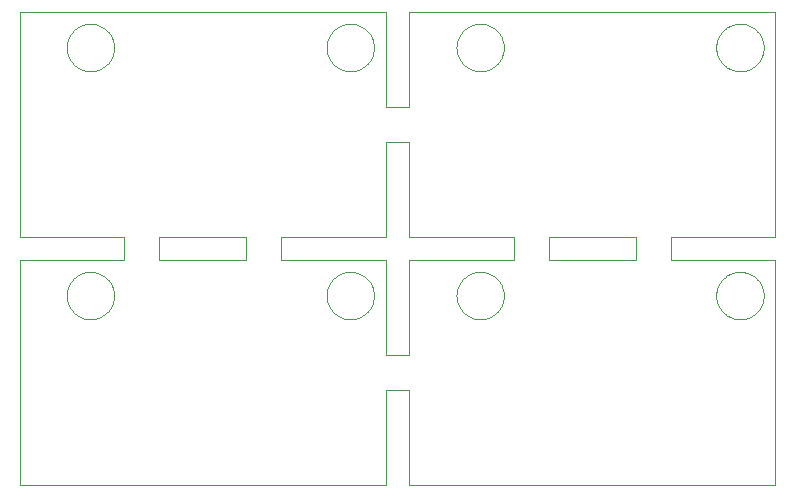
<source format=gbr>
%TF.GenerationSoftware,KiCad,Pcbnew,7.0.9*%
%TF.CreationDate,2024-06-08T21:54:21-04:00*%
%TF.ProjectId,8P breakout header,38502062-7265-4616-9b6f-757420686561,rev?*%
%TF.SameCoordinates,Original*%
%TF.FileFunction,Profile,NP*%
%FSLAX46Y46*%
G04 Gerber Fmt 4.6, Leading zero omitted, Abs format (unit mm)*
G04 Created by KiCad (PCBNEW 7.0.9) date 2024-06-08 21:54:21*
%MOMM*%
%LPD*%
G01*
G04 APERTURE LIST*
%TA.AperFunction,Profile*%
%ADD10C,0.100000*%
%TD*%
G04 APERTURE END LIST*
D10*
X176612792Y-45801419D02*
X176524790Y-45755339D01*
X146106846Y-21795719D02*
X146164436Y-21876657D01*
X157468853Y-23394794D02*
X157446920Y-23491678D01*
X175497480Y-43851117D02*
X175507293Y-43752268D01*
X123431493Y-24778923D02*
X123342379Y-24822812D01*
X153923431Y-42756343D02*
X153986864Y-42679897D01*
X153565836Y-22460315D02*
X153594892Y-22365324D01*
X154612792Y-42198580D02*
X154702964Y-42156909D01*
X123518328Y-24730681D02*
X123431493Y-24778923D01*
X142709691Y-23909420D02*
X142666908Y-23819770D01*
X178518328Y-45730681D02*
X178431493Y-45778923D01*
X154888935Y-21087188D02*
X154984278Y-21059309D01*
X123980020Y-21642875D02*
X124045324Y-21717728D01*
X124468853Y-44394794D02*
X124446920Y-44491678D01*
X124217953Y-24039655D02*
X124164436Y-24123342D01*
X144870413Y-45973586D02*
X144772359Y-45989489D01*
X120628610Y-23728113D02*
X120594892Y-23634675D01*
X146267266Y-23953424D02*
X146217953Y-24039655D01*
X144178515Y-21017855D02*
X144276933Y-21004382D01*
X178158189Y-21102887D02*
X178251203Y-21137758D01*
X154053999Y-21606682D02*
X154124673Y-21536877D01*
X146468853Y-44394794D02*
X146446920Y-44491678D01*
X175986864Y-21679897D02*
X176053999Y-21606682D01*
X175709691Y-43090579D02*
X175756856Y-43003155D01*
X153628610Y-23728113D02*
X153594892Y-23634675D01*
X148499000Y-28000000D02*
X147500000Y-28000000D01*
X155080884Y-45963820D02*
X154984278Y-45940690D01*
X146164436Y-45123342D02*
X146106846Y-45204280D01*
X153808287Y-42918169D02*
X153863857Y-42835832D01*
X156684314Y-24621618D02*
X156602670Y-24678203D01*
X143053999Y-45393317D02*
X142986864Y-45320102D01*
X179045324Y-21717728D02*
X179106846Y-21795719D01*
X177375896Y-20995792D02*
X177475164Y-20992107D01*
X146388826Y-22318396D02*
X146420223Y-22412640D01*
X144673638Y-25000524D02*
X144574492Y-25006663D01*
X153507293Y-44247731D02*
X153497480Y-44148882D01*
X176524790Y-21244660D02*
X176612792Y-21198580D01*
X156431493Y-24778923D02*
X156342379Y-24822812D01*
X147500000Y-60000000D02*
X147500000Y-52000000D01*
X179468853Y-23394794D02*
X179446920Y-23491678D01*
X156684314Y-42378381D02*
X156763060Y-42438934D01*
X123342379Y-42177187D02*
X123431493Y-42221076D01*
X120492568Y-44049667D02*
X120492568Y-43950332D01*
X158333333Y-39999500D02*
X158333333Y-40001500D01*
X156911094Y-42571343D02*
X156980020Y-42642875D01*
X124352807Y-22225821D02*
X124388826Y-22318396D01*
X121795087Y-21119748D02*
X121888935Y-21087188D01*
X143795087Y-21119748D02*
X143888935Y-21087188D01*
X120594892Y-22365324D02*
X120628610Y-22271886D01*
X154612792Y-21198580D02*
X154702964Y-21156909D01*
X120986864Y-45320102D02*
X120923431Y-45243656D01*
X149500000Y-20000000D02*
X149500000Y-28000000D01*
X142666908Y-23819770D02*
X142628610Y-23728113D01*
X155375896Y-41995792D02*
X155475164Y-41992107D01*
X178431493Y-24778923D02*
X178342379Y-24822812D01*
X179312254Y-22135140D02*
X179352807Y-22225821D01*
X177870413Y-21026413D02*
X177967561Y-21047146D01*
X175507293Y-22752268D02*
X175521983Y-22654024D01*
X157267266Y-44953424D02*
X157217953Y-45039655D01*
X142521983Y-44345975D02*
X142507293Y-44247731D01*
X146106846Y-24204280D02*
X146045324Y-24282271D01*
X144080884Y-42036179D02*
X144178515Y-42017855D01*
X156911094Y-21571343D02*
X156980020Y-21642875D01*
X142986864Y-24320102D02*
X142923431Y-24243656D01*
X156063565Y-21072659D02*
X156158189Y-21102887D01*
X123251203Y-42137758D02*
X123342379Y-42177187D01*
X168666666Y-41000000D02*
X161333333Y-41000000D01*
X178251203Y-24862241D02*
X178158189Y-24897112D01*
X180500000Y-39000000D02*
X180500000Y-20000000D01*
X178431493Y-42221076D02*
X178518328Y-42269318D01*
X155375896Y-46004207D02*
X155276933Y-45995617D01*
X155475164Y-25007892D02*
X155375896Y-25004207D01*
X143524790Y-42244660D02*
X143612792Y-42198580D01*
X145063565Y-21072659D02*
X145158189Y-21102887D01*
X156763060Y-24561065D02*
X156684314Y-24621618D01*
X155870413Y-21026413D02*
X155967561Y-21047146D01*
X122772359Y-42010510D02*
X122870413Y-42026413D01*
X178838715Y-24496692D02*
X178763060Y-24561065D01*
X156518328Y-21269318D02*
X156602670Y-21321796D01*
X145251203Y-24862241D02*
X145158189Y-24897112D01*
X176795087Y-42119748D02*
X176888935Y-42087188D01*
X124217953Y-45039655D02*
X124164436Y-45123342D01*
X116500000Y-60000000D02*
X147500000Y-60000000D01*
X153756856Y-43003155D02*
X153808287Y-42918169D01*
X154053999Y-42606682D02*
X154124673Y-42536877D01*
X153521983Y-22654024D02*
X153541513Y-22556627D01*
X146267266Y-43046575D02*
X146312254Y-43135140D01*
X145911094Y-21571343D02*
X145980020Y-21642875D01*
X123911094Y-42571343D02*
X123980020Y-42642875D01*
X153541513Y-22556627D02*
X153565836Y-22460315D01*
X125333333Y-39000000D02*
X125333333Y-39999500D01*
X157508046Y-44000000D02*
X157505588Y-44099305D01*
X124045324Y-21717728D02*
X124106846Y-21795719D01*
X144375896Y-41995792D02*
X144475164Y-41992107D01*
X142492568Y-43950332D02*
X142497480Y-43851117D01*
X143053999Y-42606682D02*
X143124673Y-42536877D01*
X143888935Y-21087188D02*
X143984278Y-21059309D01*
X155375896Y-25004207D02*
X155276933Y-24995617D01*
X145431493Y-24778923D02*
X145342379Y-24822812D01*
X122772359Y-45989489D02*
X122673638Y-46000524D01*
X177772359Y-45989489D02*
X177673638Y-46000524D01*
X122870413Y-42026413D02*
X122967561Y-42047146D01*
X146505588Y-43900694D02*
X146508046Y-44000000D01*
X179420223Y-23587359D02*
X179388826Y-23681603D01*
X122475164Y-46007892D02*
X122375896Y-46004207D01*
X120541513Y-43556627D02*
X120565836Y-43460315D01*
X144276933Y-24995617D02*
X144178515Y-24982144D01*
X179505588Y-23099305D02*
X179498223Y-23198367D01*
X142628610Y-23728113D02*
X142594892Y-23634675D01*
X178158189Y-42102887D02*
X178251203Y-42137758D01*
X121795087Y-24880251D02*
X121702964Y-24843090D01*
X121612792Y-21198580D02*
X121702964Y-21156909D01*
X144870413Y-42026413D02*
X144967561Y-42047146D01*
X157388826Y-44681603D02*
X157352807Y-44774178D01*
X179217953Y-45039655D02*
X179164436Y-45123342D01*
X135666666Y-41000000D02*
X128333333Y-41000000D01*
X146446920Y-44491678D02*
X146420223Y-44587359D01*
X120923431Y-45243656D02*
X120863857Y-45164167D01*
X179468853Y-43605205D02*
X179485968Y-43703055D01*
X144772359Y-24989489D02*
X144673638Y-25000524D01*
X171666666Y-39000000D02*
X180500000Y-39000000D01*
X178251203Y-45862241D02*
X178158189Y-45897112D01*
X146388826Y-43318396D02*
X146420223Y-43412640D01*
X179164436Y-42876657D02*
X179217953Y-42960344D01*
X176612792Y-42198580D02*
X176702964Y-42156909D01*
X121198713Y-21470652D02*
X121275937Y-21408170D01*
X143356157Y-24650415D02*
X143275937Y-24591829D01*
X175756856Y-23996844D02*
X175709691Y-23909420D01*
X144178515Y-24982144D02*
X144080884Y-24963820D01*
X175497480Y-23148882D02*
X175492568Y-23049667D01*
X123602670Y-21321796D02*
X123684314Y-21378381D01*
X142497480Y-23148882D02*
X142492568Y-23049667D01*
X176124673Y-45463122D02*
X176053999Y-45393317D01*
X179267266Y-44953424D02*
X179217953Y-45039655D01*
X153507293Y-22752268D02*
X153521983Y-22654024D01*
X116500000Y-41000000D02*
X116500000Y-60000000D01*
X178518328Y-21269318D02*
X178602670Y-21321796D01*
X154198713Y-45529347D02*
X154124673Y-45463122D01*
X153541513Y-23443372D02*
X153521983Y-23345975D01*
X157505588Y-44099305D02*
X157498223Y-44198367D01*
X149500000Y-31000000D02*
X149500000Y-39000000D01*
X153594892Y-22365324D02*
X153628610Y-22271886D01*
X177475164Y-25007892D02*
X177375896Y-25004207D01*
X120521983Y-43654024D02*
X120541513Y-43556627D01*
X143984278Y-24940690D02*
X143888935Y-24912811D01*
X124388826Y-44681603D02*
X124352807Y-44774178D01*
X123684314Y-42378381D02*
X123763060Y-42438934D01*
X175565836Y-23539684D02*
X175541513Y-23443372D01*
X176439176Y-42295036D02*
X176524790Y-42244660D01*
X175863857Y-21835832D02*
X175923431Y-21756343D01*
X124106846Y-42795719D02*
X124164436Y-42876657D01*
X176275937Y-21408170D02*
X176356157Y-21349584D01*
X147500000Y-52000000D02*
X148499000Y-52000000D01*
X148501000Y-28000000D02*
X148499000Y-28000000D01*
X178684314Y-42378381D02*
X178763060Y-42438934D01*
X157045324Y-42717728D02*
X157106846Y-42795719D01*
X157267266Y-22046575D02*
X157312254Y-22135140D01*
X156838715Y-45496692D02*
X156763060Y-45561065D01*
X179352807Y-43225821D02*
X179388826Y-43318396D01*
X146045324Y-42717728D02*
X146106846Y-42795719D01*
X154275937Y-42408170D02*
X154356157Y-42349584D01*
X177967561Y-45952853D02*
X177870413Y-45973586D01*
X145158189Y-42102887D02*
X145251203Y-42137758D01*
X155574492Y-46006663D02*
X155475164Y-46007892D01*
X157106846Y-45204280D02*
X157045324Y-45282271D01*
X175565836Y-22460315D02*
X175594892Y-22365324D01*
X144772359Y-45989489D02*
X144673638Y-46000524D01*
X146217953Y-21960344D02*
X146267266Y-22046575D01*
X176612792Y-24801419D02*
X176524790Y-24755339D01*
X155772359Y-21010510D02*
X155870413Y-21026413D01*
X177870413Y-45973586D02*
X177772359Y-45989489D01*
X124505588Y-22900694D02*
X124508046Y-23000000D01*
X178251203Y-42137758D02*
X178342379Y-42177187D01*
X175507293Y-43752268D02*
X175521983Y-43654024D01*
X179267266Y-22046575D02*
X179312254Y-22135140D01*
X177673638Y-41999475D02*
X177772359Y-42010510D01*
X156684314Y-21378381D02*
X156763060Y-21438934D01*
X124420223Y-44587359D02*
X124388826Y-44681603D01*
X153492568Y-23049667D02*
X153492568Y-22950332D01*
X175565836Y-43460315D02*
X175594892Y-43365324D01*
X146420223Y-43412640D02*
X146446920Y-43508321D01*
X179498223Y-22801632D02*
X179505588Y-22900694D01*
X121888935Y-21087188D02*
X121984278Y-21059309D01*
X142492568Y-22950332D02*
X142497480Y-22851117D01*
X124164436Y-45123342D02*
X124106846Y-45204280D01*
X175863857Y-24164167D02*
X175808287Y-24081830D01*
X154198713Y-42470652D02*
X154275937Y-42408170D01*
X177574492Y-46006663D02*
X177475164Y-46007892D01*
X155673638Y-25000524D02*
X155574492Y-25006663D01*
X125333333Y-40001500D02*
X125333333Y-41000000D01*
X153492568Y-43950332D02*
X153497480Y-43851117D01*
X143702964Y-24843090D02*
X143612792Y-24801419D01*
X176524790Y-42244660D02*
X176612792Y-42198580D01*
X155475164Y-20992107D02*
X155574492Y-20993336D01*
X122080884Y-21036179D02*
X122178515Y-21017855D01*
X176053999Y-42606682D02*
X176124673Y-42536877D01*
X156342379Y-24822812D02*
X156251203Y-24862241D01*
X123431493Y-45778923D02*
X123342379Y-45822812D01*
X178911094Y-42571343D02*
X178980020Y-42642875D01*
X177574492Y-25006663D02*
X177475164Y-25007892D01*
X121275937Y-24591829D02*
X121198713Y-24529347D01*
X178980020Y-42642875D02*
X179045324Y-42717728D01*
X144772359Y-21010510D02*
X144870413Y-21026413D01*
X146106846Y-45204280D02*
X146045324Y-45282271D01*
X176702964Y-42156909D02*
X176795087Y-42119748D01*
X178838715Y-45496692D02*
X178763060Y-45561065D01*
X123431493Y-42221076D02*
X123518328Y-42269318D01*
X144375896Y-25004207D02*
X144276933Y-24995617D01*
X178602670Y-45678203D02*
X178518328Y-45730681D01*
X121524790Y-21244660D02*
X121612792Y-21198580D01*
X135666666Y-40001500D02*
X135666666Y-41000000D01*
X142923431Y-24243656D02*
X142863857Y-24164167D01*
X143795087Y-45880251D02*
X143702964Y-45843090D01*
X176198713Y-24529347D02*
X176124673Y-24463122D01*
X120923431Y-21756343D02*
X120986864Y-21679897D01*
X142756856Y-22003155D02*
X142808287Y-21918169D01*
X153497480Y-23148882D02*
X153492568Y-23049667D01*
X120594892Y-43365324D02*
X120628610Y-43271886D01*
X177673638Y-46000524D02*
X177574492Y-46006663D01*
X145158189Y-45897112D02*
X145063565Y-45927340D01*
X157312254Y-22135140D02*
X157352807Y-22225821D01*
X124045324Y-45282271D02*
X123980020Y-45357124D01*
X146498223Y-23198367D02*
X146485968Y-23296944D01*
X178063565Y-42072659D02*
X178158189Y-42102887D01*
X156158189Y-45897112D02*
X156063565Y-45927340D01*
X142923431Y-42756343D02*
X142986864Y-42679897D01*
X176524790Y-45755339D02*
X176439176Y-45704963D01*
X120709691Y-22090579D02*
X120756856Y-22003155D01*
X122967561Y-45952853D02*
X122870413Y-45973586D01*
X123980020Y-42642875D02*
X124045324Y-42717728D01*
X121053999Y-21606682D02*
X121124673Y-21536877D01*
X177772359Y-24989489D02*
X177673638Y-25000524D01*
X143702964Y-21156909D02*
X143795087Y-21119748D01*
X153756856Y-44996844D02*
X153709691Y-44909420D01*
X122772359Y-21010510D02*
X122870413Y-21026413D01*
X157312254Y-44864859D02*
X157267266Y-44953424D01*
X175986864Y-45320102D02*
X175923431Y-45243656D01*
X148501000Y-31000000D02*
X149500000Y-31000000D01*
X177967561Y-21047146D02*
X178063565Y-21072659D01*
X123838715Y-42503307D02*
X123911094Y-42571343D01*
X138666666Y-39999500D02*
X138666666Y-39000000D01*
X144080884Y-45963820D02*
X143984278Y-45940690D01*
X177574492Y-20993336D02*
X177673638Y-20999475D01*
X177870413Y-24973586D02*
X177772359Y-24989489D01*
X143124673Y-45463122D02*
X143053999Y-45393317D01*
X157485968Y-23296944D02*
X157468853Y-23394794D01*
X144375896Y-20995792D02*
X144475164Y-20992107D01*
X179498223Y-44198367D02*
X179485968Y-44296944D01*
X146485968Y-23296944D02*
X146468853Y-23394794D01*
X144276933Y-21004382D02*
X144375896Y-20995792D01*
X121198713Y-45529347D02*
X121124673Y-45463122D01*
X145838715Y-45496692D02*
X145763060Y-45561065D01*
X143275937Y-42408170D02*
X143356157Y-42349584D01*
X144375896Y-46004207D02*
X144276933Y-45995617D01*
X145838715Y-42503307D02*
X145911094Y-42571343D01*
X156602670Y-21321796D02*
X156684314Y-21378381D01*
X179312254Y-23864859D02*
X179267266Y-23953424D01*
X157267266Y-23953424D02*
X157217953Y-24039655D01*
X142628610Y-22271886D02*
X142666908Y-22180229D01*
X155080884Y-21036179D02*
X155178515Y-21017855D01*
X153497480Y-43851117D02*
X153507293Y-43752268D01*
X146468853Y-22605205D02*
X146485968Y-22703055D01*
X145251203Y-21137758D02*
X145342379Y-21177187D01*
X157485968Y-43703055D02*
X157498223Y-43801632D01*
X154124673Y-24463122D02*
X154053999Y-24393317D01*
X176795087Y-21119748D02*
X176888935Y-21087188D01*
X178158189Y-45897112D02*
X178063565Y-45927340D01*
X143198713Y-42470652D02*
X143275937Y-42408170D01*
X122080884Y-24963820D02*
X121984278Y-24940690D01*
X154795087Y-24880251D02*
X154702964Y-24843090D01*
X157505588Y-23099305D02*
X157498223Y-23198367D01*
X121612792Y-42198580D02*
X121702964Y-42156909D01*
X179388826Y-22318396D02*
X179420223Y-22412640D01*
X124498223Y-44198367D02*
X124485968Y-44296944D01*
X142521983Y-23345975D02*
X142507293Y-23247731D01*
X146267266Y-22046575D02*
X146312254Y-22135140D01*
X120808287Y-24081830D02*
X120756856Y-23996844D01*
X124420223Y-22412640D02*
X124446920Y-22508321D01*
X121795087Y-42119748D02*
X121888935Y-42087188D01*
X120507293Y-22752268D02*
X120521983Y-22654024D01*
X146352807Y-22225821D02*
X146388826Y-22318396D01*
X121612792Y-45801419D02*
X121524790Y-45755339D01*
X144673638Y-20999475D02*
X144772359Y-21010510D01*
X124267266Y-44953424D02*
X124217953Y-45039655D01*
X145602670Y-24678203D02*
X145518328Y-24730681D01*
X176053999Y-21606682D02*
X176124673Y-21536877D01*
X143053999Y-24393317D02*
X142986864Y-24320102D01*
X146446920Y-22508321D02*
X146468853Y-22605205D01*
X178980020Y-24357124D02*
X178911094Y-24428656D01*
X116500000Y-39000000D02*
X125333333Y-39000000D01*
X154612792Y-24801419D02*
X154524790Y-24755339D01*
X179485968Y-23296944D02*
X179468853Y-23394794D01*
X121356157Y-24650415D02*
X121275937Y-24591829D01*
X178431493Y-45778923D02*
X178342379Y-45822812D01*
X178063565Y-45927340D02*
X177967561Y-45952853D01*
X121612792Y-24801419D02*
X121524790Y-24755339D01*
X120666908Y-23819770D02*
X120628610Y-23728113D01*
X175756856Y-43003155D02*
X175808287Y-42918169D01*
X156158189Y-42102887D02*
X156251203Y-42137758D01*
X143888935Y-24912811D02*
X143795087Y-24880251D01*
X157508046Y-23000000D02*
X157505588Y-23099305D01*
X179352807Y-44774178D02*
X179312254Y-44864859D01*
X124164436Y-42876657D02*
X124217953Y-42960344D01*
X176275937Y-45591829D02*
X176198713Y-45529347D01*
X144673638Y-41999475D02*
X144772359Y-42010510D01*
X156251203Y-45862241D02*
X156158189Y-45897112D01*
X142628610Y-44728113D02*
X142594892Y-44634675D01*
X145063565Y-42072659D02*
X145158189Y-42102887D01*
X155870413Y-24973586D02*
X155772359Y-24989489D01*
X143198713Y-21470652D02*
X143275937Y-21408170D01*
X157164436Y-42876657D02*
X157217953Y-42960344D01*
X124505588Y-23099305D02*
X124498223Y-23198367D01*
X177673638Y-20999475D02*
X177772359Y-21010510D01*
X142756856Y-23996844D02*
X142709691Y-23909420D01*
X142863857Y-45164167D02*
X142808287Y-45081830D01*
X176198713Y-45529347D02*
X176124673Y-45463122D01*
X149500000Y-28000000D02*
X148501000Y-28000000D01*
X122178515Y-24982144D02*
X122080884Y-24963820D01*
X123602670Y-42321796D02*
X123684314Y-42378381D01*
X144080884Y-21036179D02*
X144178515Y-21017855D01*
X176888935Y-21087188D02*
X176984278Y-21059309D01*
X124217953Y-42960344D02*
X124267266Y-43046575D01*
X121439176Y-45704963D02*
X121356157Y-45650415D01*
X175666908Y-44819770D02*
X175628610Y-44728113D01*
X143524790Y-24755339D02*
X143439176Y-24704963D01*
X123763060Y-45561065D02*
X123684314Y-45621618D01*
X146468853Y-43605205D02*
X146485968Y-43703055D01*
X142808287Y-45081830D02*
X142756856Y-44996844D01*
X157352807Y-22225821D02*
X157388826Y-22318396D01*
X121524790Y-45755339D02*
X121439176Y-45704963D01*
X124446920Y-22508321D02*
X124468853Y-22605205D01*
X124446920Y-44491678D02*
X124420223Y-44587359D01*
X161333333Y-39999500D02*
X161333333Y-39000000D01*
X121702964Y-24843090D02*
X121612792Y-24801419D01*
X153628610Y-43271886D02*
X153666908Y-43180229D01*
X122178515Y-45982144D02*
X122080884Y-45963820D01*
X154702964Y-24843090D02*
X154612792Y-24801419D01*
X157045324Y-45282271D02*
X156980020Y-45357124D01*
X143612792Y-24801419D02*
X143524790Y-24755339D01*
X123251203Y-21137758D02*
X123342379Y-21177187D01*
X142863857Y-21835832D02*
X142923431Y-21756343D01*
X154984278Y-21059309D02*
X155080884Y-21036179D01*
X155574492Y-25006663D02*
X155475164Y-25007892D01*
X128333333Y-39000000D02*
X135666666Y-39000000D01*
X122375896Y-20995792D02*
X122475164Y-20992107D01*
X157505588Y-43900694D02*
X157508046Y-44000000D01*
X157217953Y-21960344D02*
X157267266Y-22046575D01*
X176702964Y-21156909D02*
X176795087Y-21119748D01*
X124420223Y-43412640D02*
X124446920Y-43508321D01*
X168666666Y-39000000D02*
X168666666Y-39999500D01*
X179217953Y-24039655D02*
X179164436Y-24123342D01*
X176439176Y-45704963D02*
X176356157Y-45650415D01*
X157420223Y-43412640D02*
X157446920Y-43508321D01*
X124045324Y-42717728D02*
X124106846Y-42795719D01*
X124485968Y-43703055D02*
X124498223Y-43801632D01*
X154275937Y-21408170D02*
X154356157Y-21349584D01*
X178431493Y-21221076D02*
X178518328Y-21269318D01*
X154356157Y-24650415D02*
X154275937Y-24591829D01*
X122375896Y-25004207D02*
X122276933Y-24995617D01*
X177967561Y-42047146D02*
X178063565Y-42072659D01*
X120863857Y-24164167D02*
X120808287Y-24081830D01*
X143888935Y-42087188D02*
X143984278Y-42059309D01*
X142492568Y-23049667D02*
X142492568Y-22950332D01*
X123911094Y-24428656D02*
X123838715Y-24496692D01*
X124498223Y-22801632D02*
X124505588Y-22900694D01*
X175666908Y-43180229D02*
X175709691Y-43090579D01*
X153594892Y-43365324D02*
X153628610Y-43271886D01*
X175541513Y-23443372D02*
X175521983Y-23345975D01*
X153497480Y-22851117D02*
X153507293Y-22752268D01*
X157352807Y-23774178D02*
X157312254Y-23864859D01*
X156342379Y-45822812D02*
X156251203Y-45862241D01*
X120986864Y-42679897D02*
X121053999Y-42606682D01*
X143439176Y-42295036D02*
X143524790Y-42244660D01*
X176275937Y-24591829D02*
X176198713Y-24529347D01*
X178251203Y-21137758D02*
X178342379Y-21177187D01*
X121702964Y-45843090D02*
X121612792Y-45801419D01*
X179420223Y-43412640D02*
X179446920Y-43508321D01*
X148499000Y-52000000D02*
X148501000Y-52000000D01*
X154124673Y-21536877D02*
X154198713Y-21470652D01*
X123063565Y-45927340D02*
X122967561Y-45952853D01*
X146498223Y-22801632D02*
X146505588Y-22900694D01*
X178980020Y-21642875D02*
X179045324Y-21717728D01*
X147500000Y-49000000D02*
X147500000Y-41000000D01*
X124505588Y-44099305D02*
X124498223Y-44198367D01*
X143198713Y-24529347D02*
X143124673Y-24463122D01*
X125333333Y-39999500D02*
X125333333Y-40001500D01*
X122574492Y-20993336D02*
X122673638Y-20999475D01*
X156431493Y-42221076D02*
X156518328Y-42269318D01*
X145431493Y-42221076D02*
X145518328Y-42269318D01*
X154702964Y-45843090D02*
X154612792Y-45801419D01*
X179164436Y-24123342D02*
X179106846Y-24204280D01*
X156063565Y-42072659D02*
X156158189Y-42102887D01*
X177080884Y-42036179D02*
X177178515Y-42017855D01*
X121275937Y-42408170D02*
X121356157Y-42349584D01*
X155673638Y-46000524D02*
X155574492Y-46006663D01*
X157505588Y-22900694D02*
X157508046Y-23000000D01*
X175594892Y-43365324D02*
X175628610Y-43271886D01*
X122574492Y-41993336D02*
X122673638Y-41999475D01*
X124267266Y-23953424D02*
X124217953Y-24039655D01*
X158333333Y-39000000D02*
X158333333Y-39999500D01*
X135666666Y-39000000D02*
X135666666Y-39999500D01*
X175709691Y-22090579D02*
X175756856Y-22003155D01*
X123431493Y-21221076D02*
X123518328Y-21269318D01*
X155276933Y-21004382D02*
X155375896Y-20995792D01*
X176439176Y-24704963D02*
X176356157Y-24650415D01*
X123251203Y-24862241D02*
X123158189Y-24897112D01*
X123602670Y-45678203D02*
X123518328Y-45730681D01*
X145684314Y-24621618D02*
X145602670Y-24678203D01*
X156980020Y-21642875D02*
X157045324Y-21717728D01*
X120986864Y-21679897D02*
X121053999Y-21606682D01*
X124420223Y-23587359D02*
X124388826Y-23681603D01*
X178602670Y-21321796D02*
X178684314Y-21378381D01*
X123684314Y-45621618D02*
X123602670Y-45678203D01*
X145911094Y-24428656D02*
X145838715Y-24496692D01*
X179106846Y-24204280D02*
X179045324Y-24282271D01*
X157217953Y-24039655D02*
X157164436Y-24123342D01*
X177375896Y-46004207D02*
X177276933Y-45995617D01*
X120863857Y-42835832D02*
X120923431Y-42756343D01*
X179485968Y-44296944D02*
X179468853Y-44394794D01*
X145980020Y-42642875D02*
X146045324Y-42717728D01*
X153666908Y-22180229D02*
X153709691Y-22090579D01*
X155967561Y-24952853D02*
X155870413Y-24973586D01*
X145158189Y-24897112D02*
X145063565Y-24927340D01*
X176356157Y-21349584D02*
X176439176Y-21295036D01*
X120565836Y-44539684D02*
X120541513Y-44443372D01*
X120497480Y-43851117D02*
X120507293Y-43752268D01*
X142565836Y-43460315D02*
X142594892Y-43365324D01*
X142594892Y-43365324D02*
X142628610Y-43271886D01*
X120808287Y-21918169D02*
X120863857Y-21835832D01*
X142756856Y-44996844D02*
X142709691Y-44909420D01*
X175492568Y-44049667D02*
X175492568Y-43950332D01*
X156911094Y-24428656D02*
X156838715Y-24496692D01*
X148501000Y-49000000D02*
X148499000Y-49000000D01*
X154053999Y-45393317D02*
X153986864Y-45320102D01*
X144574492Y-20993336D02*
X144673638Y-20999475D01*
X154702964Y-42156909D02*
X154795087Y-42119748D01*
X178911094Y-21571343D02*
X178980020Y-21642875D01*
X121439176Y-42295036D02*
X121524790Y-42244660D01*
X121524790Y-42244660D02*
X121612792Y-42198580D01*
X120507293Y-43752268D02*
X120521983Y-43654024D01*
X146045324Y-24282271D02*
X145980020Y-24357124D01*
X146420223Y-22412640D02*
X146446920Y-22508321D01*
X145602670Y-42321796D02*
X145684314Y-42378381D01*
X135666666Y-39999500D02*
X135666666Y-40001500D01*
X176612792Y-21198580D02*
X176702964Y-21156909D01*
X142709691Y-43090579D02*
X142756856Y-43003155D01*
X157446920Y-43508321D02*
X157468853Y-43605205D01*
X122967561Y-42047146D02*
X123063565Y-42072659D01*
X157106846Y-42795719D02*
X157164436Y-42876657D01*
X124446920Y-23491678D02*
X124420223Y-23587359D01*
X156518328Y-45730681D02*
X156431493Y-45778923D01*
X157485968Y-44296944D02*
X157468853Y-44394794D01*
X124485968Y-22703055D02*
X124498223Y-22801632D01*
X121702964Y-42156909D02*
X121795087Y-42119748D01*
X157498223Y-43801632D02*
X157505588Y-43900694D01*
X154356157Y-42349584D02*
X154439176Y-42295036D01*
X157420223Y-44587359D02*
X157388826Y-44681603D01*
X178063565Y-21072659D02*
X178158189Y-21102887D01*
X175497480Y-44148882D02*
X175492568Y-44049667D01*
X155673638Y-20999475D02*
X155772359Y-21010510D01*
X124045324Y-24282271D02*
X123980020Y-24357124D01*
X122673638Y-46000524D02*
X122574492Y-46006663D01*
X175594892Y-23634675D02*
X175565836Y-23539684D01*
X153863857Y-21835832D02*
X153923431Y-21756343D01*
X143702964Y-45843090D02*
X143612792Y-45801419D01*
X143124673Y-42536877D02*
X143198713Y-42470652D01*
X145602670Y-45678203D02*
X145518328Y-45730681D01*
X146388826Y-23681603D02*
X146352807Y-23774178D01*
X123684314Y-24621618D02*
X123602670Y-24678203D01*
X121275937Y-21408170D02*
X121356157Y-21349584D01*
X145684314Y-42378381D02*
X145763060Y-42438934D01*
X146312254Y-22135140D02*
X146352807Y-22225821D01*
X179505588Y-44099305D02*
X179498223Y-44198367D01*
X142709691Y-22090579D02*
X142756856Y-22003155D01*
X142541513Y-44443372D02*
X142521983Y-44345975D01*
X145342379Y-45822812D02*
X145251203Y-45862241D01*
X122574492Y-25006663D02*
X122475164Y-25007892D01*
X120521983Y-23345975D02*
X120507293Y-23247731D01*
X124312254Y-22135140D02*
X124352807Y-22225821D01*
X121984278Y-24940690D02*
X121888935Y-24912811D01*
X121984278Y-45940690D02*
X121888935Y-45912811D01*
X161333333Y-40001500D02*
X161333333Y-39999500D01*
X123518328Y-21269318D02*
X123602670Y-21321796D01*
X154124673Y-45463122D02*
X154053999Y-45393317D01*
X124508046Y-23000000D02*
X124505588Y-23099305D01*
X144574492Y-25006663D02*
X144475164Y-25007892D01*
X154275937Y-24591829D02*
X154198713Y-24529347D01*
X144178515Y-42017855D02*
X144276933Y-42004382D01*
X121275937Y-45591829D02*
X121198713Y-45529347D01*
X153521983Y-44345975D02*
X153507293Y-44247731D01*
X124505588Y-43900694D02*
X124508046Y-44000000D01*
X146352807Y-44774178D02*
X146312254Y-44864859D01*
X179446920Y-43508321D02*
X179468853Y-43605205D01*
X124106846Y-21795719D02*
X124164436Y-21876657D01*
X145602670Y-21321796D02*
X145684314Y-21378381D01*
X146505588Y-22900694D02*
X146508046Y-23000000D01*
X123980020Y-24357124D02*
X123911094Y-24428656D01*
X149500000Y-52000000D02*
X149500000Y-60000000D01*
X156602670Y-42321796D02*
X156684314Y-42378381D01*
X153565836Y-43460315D02*
X153594892Y-43365324D01*
X121124673Y-21536877D02*
X121198713Y-21470652D01*
X144475164Y-41992107D02*
X144574492Y-41993336D01*
X145342379Y-24822812D02*
X145251203Y-24862241D01*
X120808287Y-42918169D02*
X120863857Y-42835832D01*
X157045324Y-21717728D02*
X157106846Y-21795719D01*
X156431493Y-45778923D02*
X156342379Y-45822812D01*
X124267266Y-43046575D02*
X124312254Y-43135140D01*
X156763060Y-42438934D02*
X156838715Y-42503307D01*
X179388826Y-44681603D02*
X179352807Y-44774178D01*
X176524790Y-24755339D02*
X176439176Y-24704963D01*
X157468853Y-22605205D02*
X157485968Y-22703055D01*
X143356157Y-45650415D02*
X143275937Y-45591829D01*
X156251203Y-24862241D02*
X156158189Y-24897112D01*
X180500000Y-41000000D02*
X171666666Y-41000000D01*
X145342379Y-42177187D02*
X145431493Y-42221076D01*
X123838715Y-24496692D02*
X123763060Y-24561065D01*
X153521983Y-43654024D02*
X153541513Y-43556627D01*
X122080884Y-45963820D02*
X121984278Y-45940690D01*
X143612792Y-42198580D02*
X143702964Y-42156909D01*
X120666908Y-43180229D02*
X120709691Y-43090579D01*
X145251203Y-45862241D02*
X145158189Y-45897112D01*
X142863857Y-42835832D02*
X142923431Y-42756343D01*
X175666908Y-22180229D02*
X175709691Y-22090579D01*
X146508046Y-44000000D02*
X146505588Y-44099305D01*
X121124673Y-42536877D02*
X121198713Y-42470652D01*
X177574492Y-41993336D02*
X177673638Y-41999475D01*
X153986864Y-24320102D02*
X153923431Y-24243656D01*
X155178515Y-21017855D02*
X155276933Y-21004382D01*
X121356157Y-21349584D02*
X121439176Y-21295036D01*
X120541513Y-23443372D02*
X120521983Y-23345975D01*
X143524790Y-45755339D02*
X143439176Y-45704963D01*
X145980020Y-24357124D02*
X145911094Y-24428656D01*
X143275937Y-24591829D02*
X143198713Y-24529347D01*
X146106846Y-42795719D02*
X146164436Y-42876657D01*
X179352807Y-22225821D02*
X179388826Y-22318396D01*
X155967561Y-42047146D02*
X156063565Y-42072659D01*
X121053999Y-24393317D02*
X120986864Y-24320102D01*
X153565836Y-44539684D02*
X153541513Y-44443372D01*
X121524790Y-24755339D02*
X121439176Y-24704963D01*
X179217953Y-42960344D02*
X179267266Y-43046575D01*
X144967561Y-45952853D02*
X144870413Y-45973586D01*
X176198713Y-42470652D02*
X176275937Y-42408170D01*
X175709691Y-44909420D02*
X175666908Y-44819770D01*
X175492568Y-22950332D02*
X175497480Y-22851117D01*
X171666666Y-40001500D02*
X171666666Y-39999500D01*
X120863857Y-21835832D02*
X120923431Y-21756343D01*
X156158189Y-21102887D02*
X156251203Y-21137758D01*
X149500000Y-39000000D02*
X158333333Y-39000000D01*
X148499000Y-31000000D02*
X148501000Y-31000000D01*
X179045324Y-24282271D02*
X178980020Y-24357124D01*
X177772359Y-42010510D02*
X177870413Y-42026413D01*
X145518328Y-21269318D02*
X145602670Y-21321796D01*
X175541513Y-22556627D02*
X175565836Y-22460315D01*
X146217953Y-24039655D02*
X146164436Y-24123342D01*
X177772359Y-21010510D02*
X177870413Y-21026413D01*
X145763060Y-42438934D02*
X145838715Y-42503307D01*
X146420223Y-44587359D02*
X146388826Y-44681603D01*
X154702964Y-21156909D02*
X154795087Y-21119748D01*
X178684314Y-45621618D02*
X178602670Y-45678203D01*
X124312254Y-23864859D02*
X124267266Y-23953424D01*
X153666908Y-44819770D02*
X153628610Y-44728113D01*
X120709691Y-23909420D02*
X120666908Y-23819770D01*
X178763060Y-45561065D02*
X178684314Y-45621618D01*
X142756856Y-43003155D02*
X142808287Y-42918169D01*
X179420223Y-44587359D02*
X179388826Y-44681603D01*
X175521983Y-22654024D02*
X175541513Y-22556627D01*
X157312254Y-23864859D02*
X157267266Y-23953424D01*
X146498223Y-44198367D02*
X146485968Y-44296944D01*
X154524790Y-24755339D02*
X154439176Y-24704963D01*
X179164436Y-45123342D02*
X179106846Y-45204280D01*
X124468853Y-43605205D02*
X124485968Y-43703055D01*
X145518328Y-45730681D02*
X145431493Y-45778923D01*
X176356157Y-45650415D02*
X176275937Y-45591829D01*
X146508046Y-23000000D02*
X146505588Y-23099305D01*
X123684314Y-21378381D02*
X123763060Y-21438934D01*
X146388826Y-44681603D02*
X146352807Y-44774178D01*
X143275937Y-45591829D02*
X143198713Y-45529347D01*
X123518328Y-42269318D02*
X123602670Y-42321796D01*
X154984278Y-45940690D02*
X154888935Y-45912811D01*
X143439176Y-24704963D02*
X143356157Y-24650415D01*
X138666666Y-40001500D02*
X138666666Y-39999500D01*
X144870413Y-21026413D02*
X144967561Y-21047146D01*
X179045324Y-45282271D02*
X178980020Y-45357124D01*
X156602670Y-45678203D02*
X156518328Y-45730681D01*
X157446920Y-44491678D02*
X157420223Y-44587359D01*
X122870413Y-24973586D02*
X122772359Y-24989489D01*
X155375896Y-20995792D02*
X155475164Y-20992107D01*
X176124673Y-42536877D02*
X176198713Y-42470652D01*
X153507293Y-43752268D02*
X153521983Y-43654024D01*
X122080884Y-42036179D02*
X122178515Y-42017855D01*
X138666666Y-39000000D02*
X147500000Y-39000000D01*
X144276933Y-42004382D02*
X144375896Y-41995792D01*
X124388826Y-43318396D02*
X124420223Y-43412640D01*
X176275937Y-42408170D02*
X176356157Y-42349584D01*
X123763060Y-24561065D02*
X123684314Y-24621618D01*
X156251203Y-42137758D02*
X156342379Y-42177187D01*
X120756856Y-44996844D02*
X120709691Y-44909420D01*
X124267266Y-22046575D02*
X124312254Y-22135140D01*
X157420223Y-23587359D02*
X157388826Y-23681603D01*
X179420223Y-22412640D02*
X179446920Y-22508321D01*
X145763060Y-21438934D02*
X145838715Y-21503307D01*
X157498223Y-22801632D02*
X157505588Y-22900694D01*
X176356157Y-42349584D02*
X176439176Y-42295036D01*
X154612792Y-45801419D02*
X154524790Y-45755339D01*
X180500000Y-60000000D02*
X180500000Y-41000000D01*
X178911094Y-45428656D02*
X178838715Y-45496692D01*
X157106846Y-24204280D02*
X157045324Y-24282271D01*
X143198713Y-45529347D02*
X143124673Y-45463122D01*
X178684314Y-21378381D02*
X178763060Y-21438934D01*
X154795087Y-21119748D02*
X154888935Y-21087188D01*
X179164436Y-21876657D02*
X179217953Y-21960344D01*
X155276933Y-24995617D02*
X155178515Y-24982144D01*
X177080884Y-24963820D02*
X176984278Y-24940690D01*
X142541513Y-22556627D02*
X142565836Y-22460315D01*
X122967561Y-21047146D02*
X123063565Y-21072659D01*
X178763060Y-24561065D02*
X178684314Y-24621618D01*
X175541513Y-43556627D02*
X175565836Y-43460315D01*
X154356157Y-45650415D02*
X154275937Y-45591829D01*
X124164436Y-24123342D02*
X124106846Y-24204280D01*
X175594892Y-44634675D02*
X175565836Y-44539684D01*
X175497480Y-22851117D02*
X175507293Y-22752268D01*
X120507293Y-44247731D02*
X120497480Y-44148882D01*
X178980020Y-45357124D02*
X178911094Y-45428656D01*
X142923431Y-45243656D02*
X142863857Y-45164167D01*
X154524790Y-42244660D02*
X154612792Y-42198580D01*
X154524790Y-21244660D02*
X154612792Y-21198580D01*
X177178515Y-42017855D02*
X177276933Y-42004382D01*
X122475164Y-25007892D02*
X122375896Y-25004207D01*
X175666908Y-23819770D02*
X175628610Y-23728113D01*
X143439176Y-45704963D02*
X143356157Y-45650415D01*
X178342379Y-21177187D02*
X178431493Y-21221076D01*
X153492568Y-44049667D02*
X153492568Y-43950332D01*
X153628610Y-22271886D02*
X153666908Y-22180229D01*
X156342379Y-21177187D02*
X156431493Y-21221076D01*
X124106846Y-24204280D02*
X124045324Y-24282271D01*
X153594892Y-23634675D02*
X153565836Y-23539684D01*
X146312254Y-44864859D02*
X146267266Y-44953424D01*
X120808287Y-45081830D02*
X120756856Y-44996844D01*
X179505588Y-43900694D02*
X179508046Y-44000000D01*
X178838715Y-42503307D02*
X178911094Y-42571343D01*
X143795087Y-24880251D02*
X143702964Y-24843090D01*
X155276933Y-45995617D02*
X155178515Y-45982144D01*
X142628610Y-43271886D02*
X142666908Y-43180229D01*
X128333333Y-39999500D02*
X128333333Y-39000000D01*
X142594892Y-22365324D02*
X142628610Y-22271886D01*
X179446920Y-22508321D02*
X179468853Y-22605205D01*
X175808287Y-45081830D02*
X175756856Y-44996844D01*
X145342379Y-21177187D02*
X145431493Y-21221076D01*
X143275937Y-21408170D02*
X143356157Y-21349584D01*
X155772359Y-24989489D02*
X155673638Y-25000524D01*
X155574492Y-20993336D02*
X155673638Y-20999475D01*
X153666908Y-43180229D02*
X153709691Y-43090579D01*
X177475164Y-20992107D02*
X177574492Y-20993336D01*
X157420223Y-22412640D02*
X157446920Y-22508321D01*
X147500000Y-41000000D02*
X138666666Y-41000000D01*
X144475164Y-46007892D02*
X144375896Y-46004207D01*
X179388826Y-43318396D02*
X179420223Y-43412640D01*
X155475164Y-41992107D02*
X155574492Y-41993336D01*
X154356157Y-21349584D02*
X154439176Y-21295036D01*
X145063565Y-45927340D02*
X144967561Y-45952853D01*
X157468853Y-43605205D02*
X157485968Y-43703055D01*
X120492568Y-23049667D02*
X120492568Y-22950332D01*
X156980020Y-24357124D02*
X156911094Y-24428656D01*
X175808287Y-42918169D02*
X175863857Y-42835832D01*
X175709691Y-23909420D02*
X175666908Y-23819770D01*
X179106846Y-45204280D02*
X179045324Y-45282271D01*
X178518328Y-42269318D02*
X178602670Y-42321796D01*
X122673638Y-20999475D02*
X122772359Y-21010510D01*
X146164436Y-42876657D02*
X146217953Y-42960344D01*
X157267266Y-43046575D02*
X157312254Y-43135140D01*
X120565836Y-23539684D02*
X120541513Y-23443372D01*
X144178515Y-45982144D02*
X144080884Y-45963820D01*
X121124673Y-45463122D02*
X121053999Y-45393317D01*
X154439176Y-45704963D02*
X154356157Y-45650415D01*
X175492568Y-43950332D02*
X175497480Y-43851117D01*
X120497480Y-44148882D02*
X120492568Y-44049667D01*
X123342379Y-45822812D02*
X123251203Y-45862241D01*
X168666666Y-40001500D02*
X168666666Y-41000000D01*
X128333333Y-40001500D02*
X128333333Y-39999500D01*
X144475164Y-20992107D02*
X144574492Y-20993336D01*
X120521983Y-44345975D02*
X120507293Y-44247731D01*
X120565836Y-22460315D02*
X120594892Y-22365324D01*
X124485968Y-44296944D02*
X124468853Y-44394794D01*
X178602670Y-42321796D02*
X178684314Y-42378381D01*
X123602670Y-24678203D02*
X123518328Y-24730681D01*
X144080884Y-24963820D02*
X143984278Y-24940690D01*
X123158189Y-21102887D02*
X123251203Y-21137758D01*
X179352807Y-23774178D02*
X179312254Y-23864859D01*
X155475164Y-46007892D02*
X155375896Y-46004207D01*
X120628610Y-22271886D02*
X120666908Y-22180229D01*
X124312254Y-43135140D02*
X124352807Y-43225821D01*
X178602670Y-24678203D02*
X178518328Y-24730681D01*
X120986864Y-24320102D02*
X120923431Y-24243656D01*
X177276933Y-42004382D02*
X177375896Y-41995792D01*
X155772359Y-45989489D02*
X155673638Y-46000524D01*
X153709691Y-22090579D02*
X153756856Y-22003155D01*
X154984278Y-42059309D02*
X155080884Y-42036179D01*
X175863857Y-45164167D02*
X175808287Y-45081830D01*
X145980020Y-21642875D02*
X146045324Y-21717728D01*
X168666666Y-39999500D02*
X168666666Y-40001500D01*
X146045324Y-21717728D02*
X146106846Y-21795719D01*
X153521983Y-23345975D02*
X153507293Y-23247731D01*
X177080884Y-45963820D02*
X176984278Y-45940690D01*
X175808287Y-21918169D02*
X175863857Y-21835832D01*
X145911094Y-42571343D02*
X145980020Y-42642875D01*
X120666908Y-44819770D02*
X120628610Y-44728113D01*
X125333333Y-41000000D02*
X116500000Y-41000000D01*
X123838715Y-45496692D02*
X123763060Y-45561065D01*
X146164436Y-21876657D02*
X146217953Y-21960344D01*
X124312254Y-44864859D02*
X124267266Y-44953424D01*
X153565836Y-23539684D02*
X153541513Y-23443372D01*
X179217953Y-21960344D02*
X179267266Y-22046575D01*
X146045324Y-45282271D02*
X145980020Y-45357124D01*
X175628610Y-44728113D02*
X175594892Y-44634675D01*
X156063565Y-24927340D02*
X155967561Y-24952853D01*
X120709691Y-43090579D02*
X120756856Y-43003155D01*
X153541513Y-44443372D02*
X153521983Y-44345975D01*
X121356157Y-42349584D02*
X121439176Y-42295036D01*
X142541513Y-23443372D02*
X142521983Y-23345975D01*
X175521983Y-23345975D02*
X175507293Y-23247731D01*
X145251203Y-42137758D02*
X145342379Y-42177187D01*
X175756856Y-22003155D02*
X175808287Y-21918169D01*
X175492568Y-23049667D02*
X175492568Y-22950332D01*
X146485968Y-22703055D02*
X146498223Y-22801632D01*
X157498223Y-44198367D02*
X157485968Y-44296944D01*
X154275937Y-45591829D02*
X154198713Y-45529347D01*
X123063565Y-24927340D02*
X122967561Y-24952853D01*
X175521983Y-43654024D02*
X175541513Y-43556627D01*
X124164436Y-21876657D02*
X124217953Y-21960344D01*
X120594892Y-23634675D02*
X120565836Y-23539684D01*
X146420223Y-23587359D02*
X146388826Y-23681603D01*
X124352807Y-43225821D02*
X124388826Y-43318396D01*
X145158189Y-21102887D02*
X145251203Y-21137758D01*
X143356157Y-42349584D02*
X143439176Y-42295036D01*
X120923431Y-42756343D02*
X120986864Y-42679897D01*
X153923431Y-45243656D02*
X153863857Y-45164167D01*
X123063565Y-21072659D02*
X123158189Y-21102887D01*
X153923431Y-21756343D02*
X153986864Y-21679897D01*
X157498223Y-23198367D02*
X157485968Y-23296944D01*
X120565836Y-43460315D02*
X120594892Y-43365324D01*
X156684314Y-45621618D02*
X156602670Y-45678203D01*
X146446920Y-23491678D02*
X146420223Y-23587359D01*
X124352807Y-23774178D02*
X124312254Y-23864859D01*
X175507293Y-23247731D02*
X175497480Y-23148882D01*
X157352807Y-43225821D02*
X157388826Y-43318396D01*
X142521983Y-22654024D02*
X142541513Y-22556627D01*
X154198713Y-24529347D02*
X154124673Y-24463122D01*
X157468853Y-44394794D02*
X157446920Y-44491678D01*
X142666908Y-22180229D02*
X142709691Y-22090579D01*
X176124673Y-24463122D02*
X176053999Y-24393317D01*
X122772359Y-24989489D02*
X122673638Y-25000524D01*
X156342379Y-42177187D02*
X156431493Y-42221076D01*
X176198713Y-21470652D02*
X176275937Y-21408170D01*
X142986864Y-21679897D02*
X143053999Y-21606682D01*
X123763060Y-42438934D02*
X123838715Y-42503307D01*
X177276933Y-45995617D02*
X177178515Y-45982144D01*
X153709691Y-23909420D02*
X153666908Y-23819770D01*
X146352807Y-43225821D02*
X146388826Y-43318396D01*
X176124673Y-21536877D02*
X176198713Y-21470652D01*
X175628610Y-23728113D02*
X175594892Y-23634675D01*
X122475164Y-41992107D02*
X122574492Y-41993336D01*
X121124673Y-24463122D02*
X121053999Y-24393317D01*
X154439176Y-42295036D02*
X154524790Y-42244660D01*
X157045324Y-24282271D02*
X156980020Y-24357124D01*
X175521983Y-44345975D02*
X175507293Y-44247731D01*
X161333333Y-39000000D02*
X168666666Y-39000000D01*
X142507293Y-44247731D02*
X142497480Y-44148882D01*
X120923431Y-24243656D02*
X120863857Y-24164167D01*
X146217953Y-45039655D02*
X146164436Y-45123342D01*
X176053999Y-45393317D02*
X175986864Y-45320102D01*
X156158189Y-24897112D02*
X156063565Y-24927340D01*
X144870413Y-24973586D02*
X144772359Y-24989489D01*
X154053999Y-24393317D02*
X153986864Y-24320102D01*
X175628610Y-43271886D02*
X175666908Y-43180229D01*
X157217953Y-42960344D02*
X157267266Y-43046575D01*
X153756856Y-22003155D02*
X153808287Y-21918169D01*
X177475164Y-46007892D02*
X177375896Y-46004207D01*
X124352807Y-44774178D02*
X124312254Y-44864859D01*
X153863857Y-45164167D02*
X153808287Y-45081830D01*
X156518328Y-24730681D02*
X156431493Y-24778923D01*
X120541513Y-22556627D02*
X120565836Y-22460315D01*
X122276933Y-45995617D02*
X122178515Y-45982144D01*
X175628610Y-22271886D02*
X175666908Y-22180229D01*
X120497480Y-23148882D02*
X120492568Y-23049667D01*
X153541513Y-43556627D02*
X153565836Y-43460315D01*
X158333333Y-40001500D02*
X158333333Y-41000000D01*
X121439176Y-24704963D02*
X121356157Y-24650415D01*
X156251203Y-21137758D02*
X156342379Y-21177187D01*
X143984278Y-21059309D02*
X144080884Y-21036179D01*
X120507293Y-23247731D02*
X120497480Y-23148882D01*
X120628610Y-43271886D02*
X120666908Y-43180229D01*
X121053999Y-45393317D02*
X120986864Y-45320102D01*
X179508046Y-44000000D02*
X179505588Y-44099305D01*
X153986864Y-21679897D02*
X154053999Y-21606682D01*
X177276933Y-24995617D02*
X177178515Y-24982144D01*
X123911094Y-45428656D02*
X123838715Y-45496692D01*
X154795087Y-42119748D02*
X154888935Y-42087188D01*
X177475164Y-41992107D02*
X177574492Y-41993336D01*
X142492568Y-44049667D02*
X142492568Y-43950332D01*
X175923431Y-45243656D02*
X175863857Y-45164167D01*
X157388826Y-22318396D02*
X157420223Y-22412640D01*
X124468853Y-22605205D02*
X124485968Y-22703055D01*
X128333333Y-41000000D02*
X128333333Y-40001500D01*
X153756856Y-23996844D02*
X153709691Y-23909420D01*
X178838715Y-21503307D02*
X178911094Y-21571343D01*
X142507293Y-43752268D02*
X142521983Y-43654024D01*
X142808287Y-24081830D02*
X142756856Y-23996844D01*
X155967561Y-21047146D02*
X156063565Y-21072659D01*
X122375896Y-46004207D02*
X122276933Y-45995617D01*
X144574492Y-46006663D02*
X144475164Y-46007892D01*
X121198713Y-24529347D02*
X121124673Y-24463122D01*
X123838715Y-21503307D02*
X123911094Y-21571343D01*
X156911094Y-45428656D02*
X156838715Y-45496692D01*
X146164436Y-24123342D02*
X146106846Y-24204280D01*
X142666908Y-43180229D02*
X142709691Y-43090579D01*
X142594892Y-44634675D02*
X142565836Y-44539684D01*
X144276933Y-45995617D02*
X144178515Y-45982144D01*
X122870413Y-21026413D02*
X122967561Y-21047146D01*
X157446920Y-23491678D02*
X157420223Y-23587359D01*
X177673638Y-25000524D02*
X177574492Y-25006663D01*
X122967561Y-24952853D02*
X122870413Y-24973586D01*
X142541513Y-43556627D02*
X142565836Y-43460315D01*
X124485968Y-23296944D02*
X124468853Y-23394794D01*
X177870413Y-42026413D02*
X177967561Y-42047146D01*
X175594892Y-22365324D02*
X175628610Y-22271886D01*
X153666908Y-23819770D02*
X153628610Y-23728113D01*
X124468853Y-23394794D02*
X124446920Y-23491678D01*
X155870413Y-42026413D02*
X155967561Y-42047146D01*
X145980020Y-45357124D02*
X145911094Y-45428656D01*
X142594892Y-23634675D02*
X142565836Y-23539684D01*
X177375896Y-25004207D02*
X177276933Y-24995617D01*
X148501000Y-52000000D02*
X149500000Y-52000000D01*
X144574492Y-41993336D02*
X144673638Y-41999475D01*
X122574492Y-46006663D02*
X122475164Y-46007892D01*
X153497480Y-44148882D02*
X153492568Y-44049667D01*
X176888935Y-45912811D02*
X176795087Y-45880251D01*
X176984278Y-24940690D02*
X176888935Y-24912811D01*
X179106846Y-21795719D02*
X179164436Y-21876657D01*
X145763060Y-45561065D02*
X145684314Y-45621618D01*
X157388826Y-23681603D02*
X157352807Y-23774178D01*
X177178515Y-45982144D02*
X177080884Y-45963820D01*
X145684314Y-21378381D02*
X145763060Y-21438934D01*
X145518328Y-24730681D02*
X145431493Y-24778923D01*
X156431493Y-21221076D02*
X156518328Y-21269318D01*
X176888935Y-42087188D02*
X176984278Y-42059309D01*
X177375896Y-41995792D02*
X177475164Y-41992107D01*
X179505588Y-22900694D02*
X179508046Y-23000000D01*
X120863857Y-45164167D02*
X120808287Y-45081830D01*
X146468853Y-23394794D02*
X146446920Y-23491678D01*
X179446920Y-44491678D02*
X179420223Y-44587359D01*
X147500000Y-20000000D02*
X116500000Y-20000000D01*
X120521983Y-22654024D02*
X120541513Y-22556627D01*
X157352807Y-44774178D02*
X157312254Y-44864859D01*
X124498223Y-43801632D02*
X124505588Y-43900694D01*
X146312254Y-23864859D02*
X146267266Y-23953424D01*
X176795087Y-45880251D02*
X176702964Y-45843090D01*
X179312254Y-43135140D02*
X179352807Y-43225821D01*
X155080884Y-24963820D02*
X154984278Y-24940690D01*
X178342379Y-45822812D02*
X178251203Y-45862241D01*
X120628610Y-44728113D02*
X120594892Y-44634675D01*
X121984278Y-21059309D02*
X122080884Y-21036179D01*
X144772359Y-42010510D02*
X144870413Y-42026413D01*
X121702964Y-21156909D02*
X121795087Y-21119748D01*
X145838715Y-21503307D02*
X145911094Y-21571343D01*
X146505588Y-44099305D02*
X146498223Y-44198367D01*
X154888935Y-45912811D02*
X154795087Y-45880251D01*
X176702964Y-45843090D02*
X176612792Y-45801419D01*
X143124673Y-24463122D02*
X143053999Y-24393317D01*
X142986864Y-42679897D02*
X143053999Y-42606682D01*
X153808287Y-45081830D02*
X153756856Y-44996844D01*
X178342379Y-24822812D02*
X178251203Y-24862241D01*
X123980020Y-45357124D02*
X123911094Y-45428656D01*
X176984278Y-21059309D02*
X177080884Y-21036179D01*
X176356157Y-24650415D02*
X176275937Y-24591829D01*
X176702964Y-24843090D02*
X176612792Y-24801419D01*
X176053999Y-24393317D02*
X175986864Y-24320102D01*
X146485968Y-43703055D02*
X146498223Y-43801632D01*
X120666908Y-22180229D02*
X120709691Y-22090579D01*
X154888935Y-24912811D02*
X154795087Y-24880251D01*
X180500000Y-20000000D02*
X149500000Y-20000000D01*
X177178515Y-24982144D02*
X177080884Y-24963820D01*
X142497480Y-44148882D02*
X142492568Y-44049667D01*
X122276933Y-24995617D02*
X122178515Y-24982144D01*
X138666666Y-41000000D02*
X138666666Y-40001500D01*
X116500000Y-20000000D02*
X116500000Y-39000000D01*
X122475164Y-20992107D02*
X122574492Y-20993336D01*
X154198713Y-21470652D02*
X154275937Y-21408170D01*
X179106846Y-42795719D02*
X179164436Y-42876657D01*
X144967561Y-42047146D02*
X145063565Y-42072659D01*
X179468853Y-44394794D02*
X179446920Y-44491678D01*
X122673638Y-41999475D02*
X122772359Y-42010510D01*
X155178515Y-24982144D02*
X155080884Y-24963820D01*
X120492568Y-22950332D02*
X120497480Y-22851117D01*
X153709691Y-44909420D02*
X153666908Y-44819770D01*
X178342379Y-42177187D02*
X178431493Y-42221076D01*
X124388826Y-23681603D02*
X124352807Y-23774178D01*
X177276933Y-21004382D02*
X177375896Y-20995792D01*
X121198713Y-42470652D02*
X121275937Y-42408170D01*
X143888935Y-45912811D02*
X143795087Y-45880251D01*
X120756856Y-43003155D02*
X120808287Y-42918169D01*
X175808287Y-24081830D02*
X175756856Y-23996844D01*
X144475164Y-25007892D02*
X144375896Y-25004207D01*
X177967561Y-24952853D02*
X177870413Y-24973586D01*
X157388826Y-43318396D02*
X157420223Y-43412640D01*
X143612792Y-21198580D02*
X143702964Y-21156909D01*
X156838715Y-42503307D02*
X156911094Y-42571343D01*
X142808287Y-42918169D02*
X142863857Y-42835832D01*
X179388826Y-23681603D02*
X179352807Y-23774178D01*
X120492568Y-43950332D02*
X120497480Y-43851117D01*
X154124673Y-42536877D02*
X154198713Y-42470652D01*
X176795087Y-24880251D02*
X176702964Y-24843090D01*
X153709691Y-43090579D02*
X153756856Y-43003155D01*
X123251203Y-45862241D02*
X123158189Y-45897112D01*
X155080884Y-42036179D02*
X155178515Y-42017855D01*
X122178515Y-42017855D02*
X122276933Y-42004382D01*
X147500000Y-31000000D02*
X148499000Y-31000000D01*
X178763060Y-42438934D02*
X178838715Y-42503307D01*
X157485968Y-22703055D02*
X157498223Y-22801632D01*
X154795087Y-45880251D02*
X154702964Y-45843090D01*
X157446920Y-22508321D02*
X157468853Y-22605205D01*
X176984278Y-42059309D02*
X177080884Y-42036179D01*
X147500000Y-39000000D02*
X147500000Y-31000000D01*
X142497480Y-43851117D02*
X142507293Y-43752268D01*
X176888935Y-24912811D02*
X176795087Y-24880251D01*
X153863857Y-42835832D02*
X153923431Y-42756343D01*
X123158189Y-42102887D02*
X123251203Y-42137758D01*
X176984278Y-45940690D02*
X176888935Y-45912811D01*
X156980020Y-45357124D02*
X156911094Y-45428656D01*
X143053999Y-21606682D02*
X143124673Y-21536877D01*
X179312254Y-44864859D02*
X179267266Y-44953424D01*
X175923431Y-42756343D02*
X175986864Y-42679897D01*
X142666908Y-44819770D02*
X142628610Y-44728113D01*
X156980020Y-42642875D02*
X157045324Y-42717728D01*
X175923431Y-21756343D02*
X175986864Y-21679897D01*
X175507293Y-44247731D02*
X175497480Y-44148882D01*
X149500000Y-41000000D02*
X149500000Y-49000000D01*
X123518328Y-45730681D02*
X123431493Y-45778923D01*
X153986864Y-42679897D02*
X154053999Y-42606682D01*
X157106846Y-21795719D02*
X157164436Y-21876657D01*
X123158189Y-45897112D02*
X123063565Y-45927340D01*
X154984278Y-24940690D02*
X154888935Y-24912811D01*
X178518328Y-24730681D02*
X178431493Y-24778923D01*
X178158189Y-24897112D02*
X178063565Y-24927340D01*
X153628610Y-44728113D02*
X153594892Y-44634675D01*
X142507293Y-22752268D02*
X142521983Y-22654024D01*
X121888935Y-42087188D02*
X121984278Y-42059309D01*
X143356157Y-21349584D02*
X143439176Y-21295036D01*
X124217953Y-21960344D02*
X124267266Y-22046575D01*
X143984278Y-45940690D02*
X143888935Y-45912811D01*
X146352807Y-23774178D02*
X146312254Y-23864859D01*
X153923431Y-24243656D02*
X153863857Y-24164167D01*
X157164436Y-21876657D02*
X157217953Y-21960344D01*
X179498223Y-23198367D02*
X179485968Y-23296944D01*
X155574492Y-41993336D02*
X155673638Y-41999475D01*
X144967561Y-21047146D02*
X145063565Y-21072659D01*
X142923431Y-21756343D02*
X142986864Y-21679897D01*
X155178515Y-42017855D02*
X155276933Y-42004382D01*
X146267266Y-44953424D02*
X146217953Y-45039655D01*
X155276933Y-42004382D02*
X155375896Y-41995792D01*
X143795087Y-42119748D02*
X143888935Y-42087188D01*
X120594892Y-44634675D02*
X120565836Y-44539684D01*
X175923431Y-24243656D02*
X175863857Y-24164167D01*
X143984278Y-42059309D02*
X144080884Y-42036179D01*
X177080884Y-21036179D02*
X177178515Y-21017855D01*
X175541513Y-44443372D02*
X175521983Y-44345975D01*
X142497480Y-22851117D02*
X142507293Y-22752268D01*
X156838715Y-21503307D02*
X156911094Y-21571343D01*
X142808287Y-21918169D02*
X142863857Y-21835832D01*
X120497480Y-22851117D02*
X120507293Y-22752268D01*
X121795087Y-45880251D02*
X121702964Y-45843090D01*
X120541513Y-44443372D02*
X120521983Y-44345975D01*
X153808287Y-21918169D02*
X153863857Y-21835832D01*
X158333333Y-41000000D02*
X149500000Y-41000000D01*
X155673638Y-41999475D02*
X155772359Y-42010510D01*
X146312254Y-43135140D02*
X146352807Y-43225821D01*
X178763060Y-21438934D02*
X178838715Y-21503307D01*
X144673638Y-46000524D02*
X144574492Y-46006663D01*
X179045324Y-42717728D02*
X179106846Y-42795719D01*
X146446920Y-43508321D02*
X146468853Y-43605205D01*
X122276933Y-21004382D02*
X122375896Y-20995792D01*
X143702964Y-42156909D02*
X143795087Y-42119748D01*
X123763060Y-21438934D02*
X123838715Y-21503307D01*
X177178515Y-21017855D02*
X177276933Y-21004382D01*
X142863857Y-24164167D02*
X142808287Y-24081830D01*
X120709691Y-44909420D02*
X120666908Y-44819770D01*
X145838715Y-24496692D02*
X145763060Y-24561065D01*
X153507293Y-23247731D02*
X153497480Y-23148882D01*
X157164436Y-24123342D02*
X157106846Y-24204280D01*
X156763060Y-21438934D02*
X156838715Y-21503307D01*
X122178515Y-21017855D02*
X122276933Y-21004382D01*
X142565836Y-44539684D02*
X142541513Y-44443372D01*
X123063565Y-42072659D02*
X123158189Y-42102887D01*
X154524790Y-45755339D02*
X154439176Y-45704963D01*
X142986864Y-45320102D02*
X142923431Y-45243656D01*
X146505588Y-23099305D02*
X146498223Y-23198367D01*
X178911094Y-24428656D02*
X178838715Y-24496692D01*
X146485968Y-44296944D02*
X146468853Y-44394794D01*
X153492568Y-22950332D02*
X153497480Y-22851117D01*
X179446920Y-23491678D02*
X179420223Y-23587359D01*
X142565836Y-22460315D02*
X142594892Y-22365324D01*
X122673638Y-25000524D02*
X122574492Y-25006663D01*
X179485968Y-22703055D02*
X179498223Y-22801632D01*
X153808287Y-24081830D02*
X153756856Y-23996844D01*
X146217953Y-42960344D02*
X146267266Y-43046575D01*
X155967561Y-45952853D02*
X155870413Y-45973586D01*
X175863857Y-42835832D02*
X175923431Y-42756343D01*
X143439176Y-21295036D02*
X143524790Y-21244660D01*
X142521983Y-43654024D02*
X142541513Y-43556627D01*
X147500000Y-28000000D02*
X147500000Y-20000000D01*
X156518328Y-42269318D02*
X156602670Y-42321796D01*
X156063565Y-45927340D02*
X155967561Y-45952853D01*
X124446920Y-43508321D02*
X124468853Y-43605205D01*
X149500000Y-49000000D02*
X148501000Y-49000000D01*
X142507293Y-23247731D02*
X142497480Y-23148882D01*
X124388826Y-22318396D02*
X124420223Y-22412640D01*
X153594892Y-44634675D02*
X153565836Y-44539684D01*
X121356157Y-45650415D02*
X121275937Y-45591829D01*
X122276933Y-42004382D02*
X122375896Y-41995792D01*
X121439176Y-21295036D02*
X121524790Y-21244660D01*
X178684314Y-24621618D02*
X178602670Y-24678203D01*
X156838715Y-24496692D02*
X156763060Y-24561065D01*
X175565836Y-44539684D02*
X175541513Y-44443372D01*
X142709691Y-44909420D02*
X142666908Y-44819770D01*
X155772359Y-42010510D02*
X155870413Y-42026413D01*
X179468853Y-22605205D02*
X179485968Y-22703055D01*
X145063565Y-24927340D02*
X144967561Y-24952853D01*
X155178515Y-45982144D02*
X155080884Y-45963820D01*
X175756856Y-44996844D02*
X175709691Y-44909420D01*
X145911094Y-45428656D02*
X145838715Y-45496692D01*
X143524790Y-21244660D02*
X143612792Y-21198580D01*
X143124673Y-21536877D02*
X143198713Y-21470652D01*
X121984278Y-42059309D02*
X122080884Y-42036179D01*
X176439176Y-21295036D02*
X176524790Y-21244660D01*
X120756856Y-23996844D02*
X120709691Y-23909420D01*
X120756856Y-22003155D02*
X120808287Y-21918169D01*
X142565836Y-23539684D02*
X142541513Y-23443372D01*
X121053999Y-42606682D02*
X121124673Y-42536877D01*
X175986864Y-24320102D02*
X175923431Y-24243656D01*
X154888935Y-42087188D02*
X154984278Y-42059309D01*
X121888935Y-45912811D02*
X121795087Y-45880251D01*
X161333333Y-41000000D02*
X161333333Y-40001500D01*
X144967561Y-24952853D02*
X144870413Y-24973586D01*
X156763060Y-45561065D02*
X156684314Y-45621618D01*
X175986864Y-42679897D02*
X176053999Y-42606682D01*
X149500000Y-60000000D02*
X180500000Y-60000000D01*
X124498223Y-23198367D02*
X124485968Y-23296944D01*
X155870413Y-45973586D02*
X155772359Y-45989489D01*
X179267266Y-23953424D02*
X179217953Y-24039655D01*
X145431493Y-45778923D02*
X145342379Y-45822812D01*
X148499000Y-49000000D02*
X147500000Y-49000000D01*
X153986864Y-45320102D02*
X153923431Y-45243656D01*
X121888935Y-24912811D02*
X121795087Y-24880251D01*
X123342379Y-21177187D02*
X123431493Y-21221076D01*
X178063565Y-24927340D02*
X177967561Y-24952853D01*
X156602670Y-24678203D02*
X156518328Y-24730681D01*
X145684314Y-45621618D02*
X145602670Y-45678203D01*
X123342379Y-24822812D02*
X123251203Y-24862241D01*
X123911094Y-21571343D02*
X123980020Y-21642875D01*
X124106846Y-45204280D02*
X124045324Y-45282271D01*
X179485968Y-43703055D02*
X179498223Y-43801632D01*
X145518328Y-42269318D02*
X145602670Y-42321796D01*
X124508046Y-44000000D02*
X124505588Y-44099305D01*
X171666666Y-39999500D02*
X171666666Y-39000000D01*
X122870413Y-45973586D02*
X122772359Y-45989489D01*
X146498223Y-43801632D02*
X146505588Y-43900694D01*
X154439176Y-21295036D02*
X154524790Y-21244660D01*
X179267266Y-43046575D02*
X179312254Y-43135140D01*
X123158189Y-24897112D02*
X123063565Y-24927340D01*
X143612792Y-45801419D02*
X143524790Y-45755339D01*
X122375896Y-41995792D02*
X122475164Y-41992107D01*
X154439176Y-24704963D02*
X154356157Y-24650415D01*
X179498223Y-43801632D02*
X179505588Y-43900694D01*
X145431493Y-21221076D02*
X145518328Y-21269318D01*
X157312254Y-43135140D02*
X157352807Y-43225821D01*
X179508046Y-23000000D02*
X179505588Y-23099305D01*
X145763060Y-24561065D02*
X145684314Y-24621618D01*
X157217953Y-45039655D02*
X157164436Y-45123342D01*
X157164436Y-45123342D02*
X157106846Y-45204280D01*
X171666666Y-41000000D02*
X171666666Y-40001500D01*
X153863857Y-24164167D02*
X153808287Y-24081830D01*
M02*

</source>
